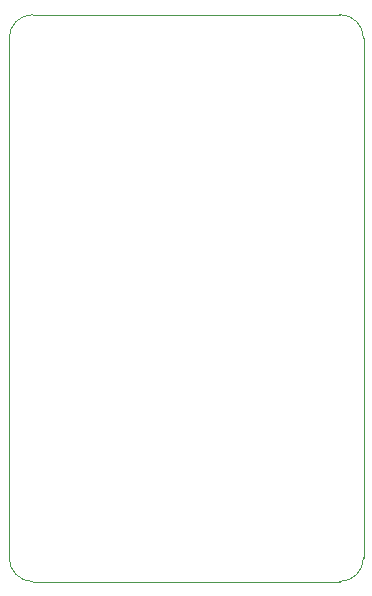
<source format=gbr>
G04 #@! TF.GenerationSoftware,KiCad,Pcbnew,5.1.10-88a1d61d58~88~ubuntu20.04.1*
G04 #@! TF.CreationDate,2021-08-11T17:06:45+02:00*
G04 #@! TF.ProjectId,carrier,63617272-6965-4722-9e6b-696361645f70,0.1*
G04 #@! TF.SameCoordinates,Original*
G04 #@! TF.FileFunction,Profile,NP*
%FSLAX46Y46*%
G04 Gerber Fmt 4.6, Leading zero omitted, Abs format (unit mm)*
G04 Created by KiCad (PCBNEW 5.1.10-88a1d61d58~88~ubuntu20.04.1) date 2021-08-11 17:06:45*
%MOMM*%
%LPD*%
G01*
G04 APERTURE LIST*
G04 #@! TA.AperFunction,Profile*
%ADD10C,0.050000*%
G04 #@! TD*
G04 APERTURE END LIST*
D10*
X36730000Y-108000000D02*
X62730000Y-108000000D01*
X34730000Y-62000000D02*
X34730000Y-106000000D01*
X62730000Y-60000000D02*
X36730000Y-60000000D01*
X64730000Y-106000000D02*
X64730000Y-62000000D01*
X64730000Y-106000000D02*
G75*
G02*
X62730000Y-108000000I-2000000J0D01*
G01*
X36730000Y-108000000D02*
G75*
G02*
X34730000Y-106000000I0J2000000D01*
G01*
X34730000Y-62000000D02*
G75*
G02*
X36730000Y-60000000I2000000J0D01*
G01*
X62730000Y-60000000D02*
G75*
G02*
X64730000Y-62000000I0J-2000000D01*
G01*
M02*

</source>
